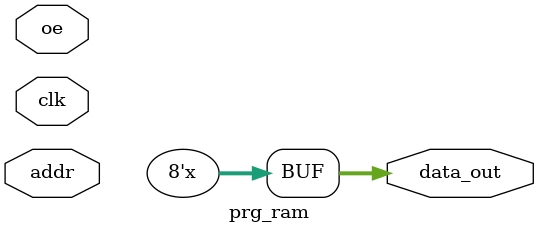
<source format=sv>
module prg_ram #(
    parameter ADDR_BITS = 23  // SDRAM width + 1
) (
    input logic clk,
    sdram_bus.controller ram,

    input logic oe,
    input logic [ADDR_BITS-1:0] addr,
    output logic [7:0] data_out
);
    logic [ADDR_BITS-2:0] addr_cached, addr_xor;
    logic [3:0] read_sync;
    logic addr_mismatch;

    always_comb begin
        // XOR all bits and OR the results in a balanced tree
        // This is faster than != which creates a long carry chain
        addr_xor = addr_cached ^ addr[ADDR_BITS-1:1];
        addr_mismatch = |addr_xor;  // Reduction OR is implemented as balanced tree
    end

    initial addr_cached = '1;
    assign data_out = addr[0] ? ram.data_read[15:8] : ram.data_read[7:0];

    always_ff @(posedge clk) begin
        ram.req   <= 1'b0;
        read_sync <= {read_sync[2:0], oe};

        if (read_sync[3:1] == 3'b011 && addr_mismatch) begin
            ram.we <= 1'b0;
            ram.address <= addr[ADDR_BITS-1:1];
            ram.req <= 1'b1;
            addr_cached <= addr[ADDR_BITS-1:1];
        end
    end

`ifdef DEBUG
    logic debug_ram_ack = ram.ack;
`endif
endmodule

</source>
